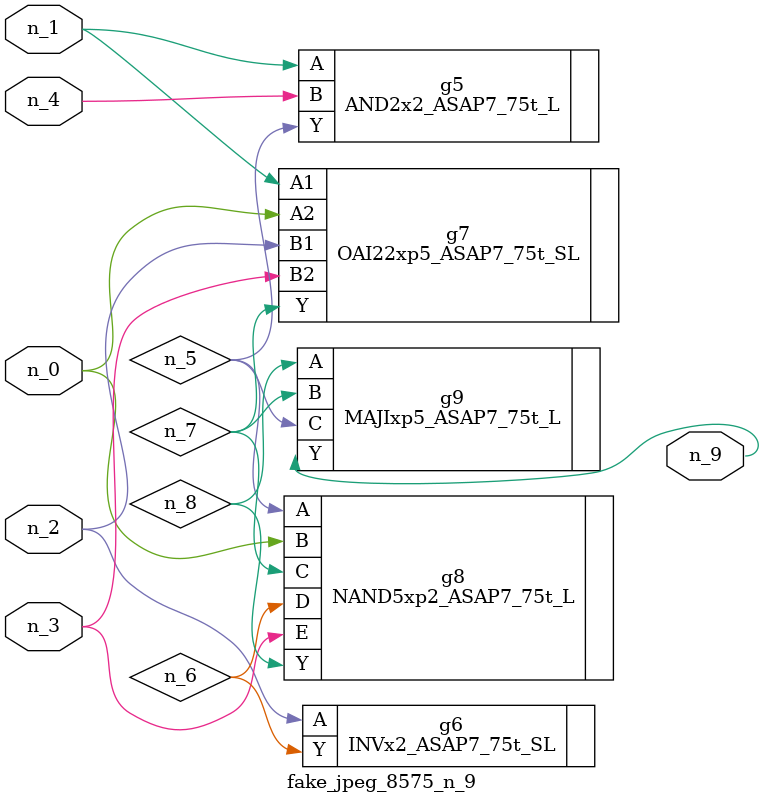
<source format=v>
module fake_jpeg_8575_n_9 (n_3, n_2, n_1, n_0, n_4, n_9);

input n_3;
input n_2;
input n_1;
input n_0;
input n_4;

output n_9;

wire n_8;
wire n_6;
wire n_5;
wire n_7;

AND2x2_ASAP7_75t_L g5 ( 
.A(n_1),
.B(n_4),
.Y(n_5)
);

INVx2_ASAP7_75t_SL g6 ( 
.A(n_2),
.Y(n_6)
);

OAI22xp5_ASAP7_75t_SL g7 ( 
.A1(n_1),
.A2(n_0),
.B1(n_2),
.B2(n_3),
.Y(n_7)
);

NAND5xp2_ASAP7_75t_L g8 ( 
.A(n_5),
.B(n_0),
.C(n_7),
.D(n_6),
.E(n_3),
.Y(n_8)
);

MAJIxp5_ASAP7_75t_L g9 ( 
.A(n_8),
.B(n_7),
.C(n_5),
.Y(n_9)
);


endmodule
</source>
